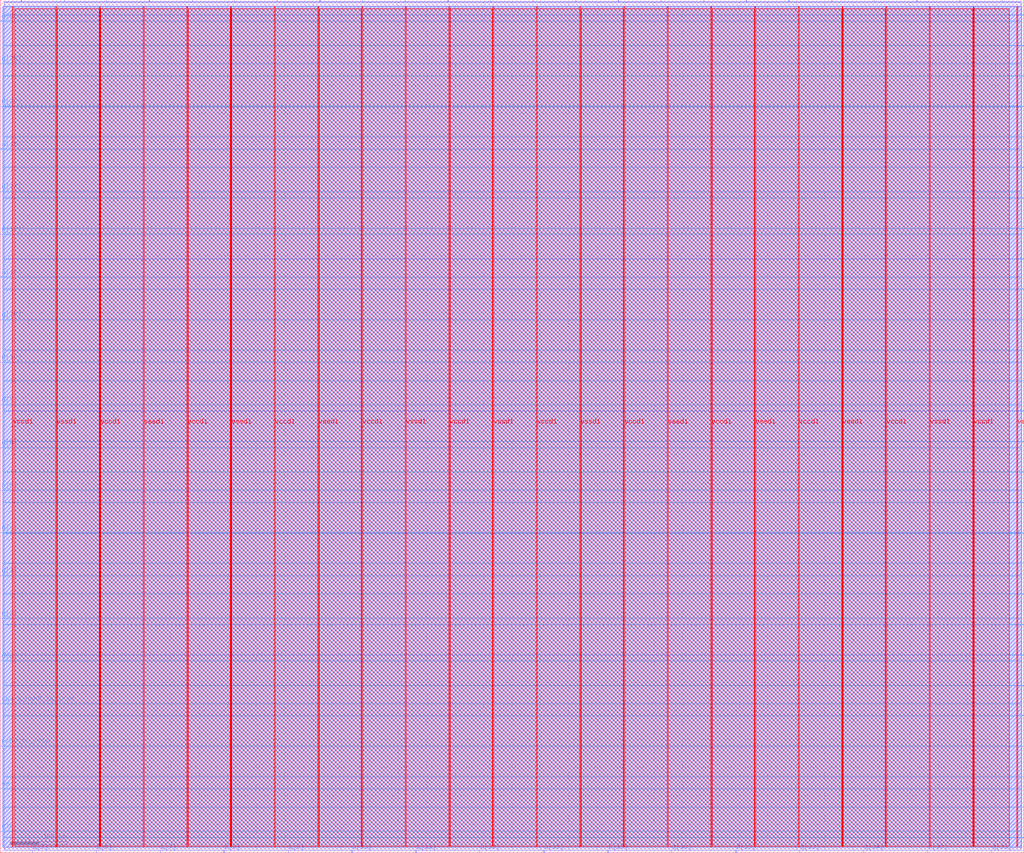
<source format=lef>
VERSION 5.7 ;
  NOWIREEXTENSIONATPIN ON ;
  DIVIDERCHAR "/" ;
  BUSBITCHARS "[]" ;
MACRO custom_sram
  CLASS BLOCK ;
  FOREIGN custom_sram ;
  ORIGIN 0.000 0.000 ;
  SIZE 1800.000 BY 1500.000 ;
  PIN a[0]
    DIRECTION INPUT ;
    USE SIGNAL ;
    PORT
      LAYER met3 ;
        RECT 1796.000 26.560 1800.000 27.160 ;
    END
  END a[0]
  PIN a[10]
    DIRECTION INPUT ;
    USE SIGNAL ;
    PORT
      LAYER met2 ;
        RECT 637.190 1496.000 637.470 1500.000 ;
    END
  END a[10]
  PIN a[11]
    DIRECTION INPUT ;
    USE SIGNAL ;
    PORT
      LAYER met2 ;
        RECT 618.330 0.000 618.610 4.000 ;
    END
  END a[11]
  PIN a[12]
    DIRECTION INPUT ;
    USE SIGNAL ;
    PORT
      LAYER met3 ;
        RECT 0.000 1011.880 4.000 1012.480 ;
    END
  END a[12]
  PIN a[13]
    DIRECTION INPUT ;
    USE SIGNAL ;
    PORT
      LAYER met2 ;
        RECT 843.270 0.000 843.550 4.000 ;
    END
  END a[13]
  PIN a[14]
    DIRECTION INPUT ;
    USE SIGNAL ;
    PORT
      LAYER met2 ;
        RECT 937.110 1496.000 937.390 1500.000 ;
    END
  END a[14]
  PIN a[15]
    DIRECTION INPUT ;
    USE SIGNAL ;
    PORT
      LAYER met2 ;
        RECT 955.970 0.000 956.250 4.000 ;
    END
  END a[15]
  PIN a[16]
    DIRECTION INPUT ;
    USE SIGNAL ;
    PORT
      LAYER met3 ;
        RECT 1796.000 615.440 1800.000 616.040 ;
    END
  END a[16]
  PIN a[17]
    DIRECTION INPUT ;
    USE SIGNAL ;
    PORT
      LAYER met3 ;
        RECT 1796.000 722.880 1800.000 723.480 ;
    END
  END a[17]
  PIN a[18]
    DIRECTION INPUT ;
    USE SIGNAL ;
    PORT
      LAYER met3 ;
        RECT 0.000 1236.960 4.000 1237.560 ;
    END
  END a[18]
  PIN a[19]
    DIRECTION INPUT ;
    USE SIGNAL ;
    PORT
      LAYER met3 ;
        RECT 1796.000 937.080 1800.000 937.680 ;
    END
  END a[19]
  PIN a[1]
    DIRECTION INPUT ;
    USE SIGNAL ;
    PORT
      LAYER met3 ;
        RECT 1796.000 133.320 1800.000 133.920 ;
    END
  END a[1]
  PIN a[2]
    DIRECTION INPUT ;
    USE SIGNAL ;
    PORT
      LAYER met3 ;
        RECT 1796.000 240.760 1800.000 241.360 ;
    END
  END a[2]
  PIN a[3]
    DIRECTION INPUT ;
    USE SIGNAL ;
    PORT
      LAYER met3 ;
        RECT 1796.000 293.800 1800.000 294.400 ;
    END
  END a[3]
  PIN a[4]
    DIRECTION INPUT ;
    USE SIGNAL ;
    PORT
      LAYER met2 ;
        RECT 187.310 1496.000 187.590 1500.000 ;
    END
  END a[4]
  PIN a[5]
    DIRECTION INPUT ;
    USE SIGNAL ;
    PORT
      LAYER met3 ;
        RECT 0.000 637.200 4.000 637.800 ;
    END
  END a[5]
  PIN a[6]
    DIRECTION INPUT ;
    USE SIGNAL ;
    PORT
      LAYER met2 ;
        RECT 337.270 1496.000 337.550 1500.000 ;
    END
  END a[6]
  PIN a[7]
    DIRECTION INPUT ;
    USE SIGNAL ;
    PORT
      LAYER met3 ;
        RECT 1796.000 454.960 1800.000 455.560 ;
    END
  END a[7]
  PIN a[8]
    DIRECTION INPUT ;
    USE SIGNAL ;
    PORT
      LAYER met2 ;
        RECT 412.250 1496.000 412.530 1500.000 ;
    END
  END a[8]
  PIN a[9]
    DIRECTION INPUT ;
    USE SIGNAL ;
    PORT
      LAYER met2 ;
        RECT 487.230 1496.000 487.510 1500.000 ;
    END
  END a[9]
  PIN clk
    DIRECTION INPUT ;
    USE SIGNAL ;
    PORT
      LAYER met3 ;
        RECT 0.000 37.440 4.000 38.040 ;
    END
  END clk
  PIN csb0_to_sram
    DIRECTION INPUT ;
    USE SIGNAL ;
    PORT
      LAYER met3 ;
        RECT 0.000 187.040 4.000 187.640 ;
    END
  END csb0_to_sram
  PIN d[0]
    DIRECTION INPUT ;
    USE SIGNAL ;
    PORT
      LAYER met2 ;
        RECT 37.350 1496.000 37.630 1500.000 ;
    END
  END d[0]
  PIN d[10]
    DIRECTION INPUT ;
    USE SIGNAL ;
    PORT
      LAYER met3 ;
        RECT 0.000 862.280 4.000 862.880 ;
    END
  END d[10]
  PIN d[11]
    DIRECTION INPUT ;
    USE SIGNAL ;
    PORT
      LAYER met2 ;
        RECT 712.170 1496.000 712.450 1500.000 ;
    END
  END d[11]
  PIN d[12]
    DIRECTION INPUT ;
    USE SIGNAL ;
    PORT
      LAYER met2 ;
        RECT 787.150 1496.000 787.430 1500.000 ;
    END
  END d[12]
  PIN d[13]
    DIRECTION INPUT ;
    USE SIGNAL ;
    PORT
      LAYER met3 ;
        RECT 0.000 1087.360 4.000 1087.960 ;
    END
  END d[13]
  PIN d[14]
    DIRECTION INPUT ;
    USE SIGNAL ;
    PORT
      LAYER met3 ;
        RECT 0.000 1162.160 4.000 1162.760 ;
    END
  END d[14]
  PIN d[15]
    DIRECTION INPUT ;
    USE SIGNAL ;
    PORT
      LAYER met2 ;
        RECT 1068.670 0.000 1068.950 4.000 ;
    END
  END d[15]
  PIN d[16]
    DIRECTION INPUT ;
    USE SIGNAL ;
    PORT
      LAYER met3 ;
        RECT 1796.000 669.160 1800.000 669.760 ;
    END
  END d[16]
  PIN d[17]
    DIRECTION INPUT ;
    USE SIGNAL ;
    PORT
      LAYER met3 ;
        RECT 1796.000 776.600 1800.000 777.200 ;
    END
  END d[17]
  PIN d[18]
    DIRECTION INPUT ;
    USE SIGNAL ;
    PORT
      LAYER met3 ;
        RECT 1796.000 883.360 1800.000 883.960 ;
    END
  END d[18]
  PIN d[19]
    DIRECTION INPUT ;
    USE SIGNAL ;
    PORT
      LAYER met2 ;
        RECT 1293.610 0.000 1293.890 4.000 ;
    END
  END d[19]
  PIN d[1]
    DIRECTION INPUT ;
    USE SIGNAL ;
    PORT
      LAYER met2 ;
        RECT 112.330 1496.000 112.610 1500.000 ;
    END
  END d[1]
  PIN d[20]
    DIRECTION INPUT ;
    USE SIGNAL ;
    PORT
      LAYER met3 ;
        RECT 0.000 1312.440 4.000 1313.040 ;
    END
  END d[20]
  PIN d[21]
    DIRECTION INPUT ;
    USE SIGNAL ;
    PORT
      LAYER met2 ;
        RECT 1312.010 1496.000 1312.290 1500.000 ;
    END
  END d[21]
  PIN d[22]
    DIRECTION INPUT ;
    USE SIGNAL ;
    PORT
      LAYER met2 ;
        RECT 1461.970 1496.000 1462.250 1500.000 ;
    END
  END d[22]
  PIN d[23]
    DIRECTION INPUT ;
    USE SIGNAL ;
    PORT
      LAYER met3 ;
        RECT 1796.000 1097.560 1800.000 1098.160 ;
    END
  END d[23]
  PIN d[24]
    DIRECTION INPUT ;
    USE SIGNAL ;
    PORT
      LAYER met2 ;
        RECT 1536.950 1496.000 1537.230 1500.000 ;
    END
  END d[24]
  PIN d[25]
    DIRECTION INPUT ;
    USE SIGNAL ;
    PORT
      LAYER met2 ;
        RECT 1611.930 1496.000 1612.210 1500.000 ;
    END
  END d[25]
  PIN d[26]
    DIRECTION INPUT ;
    USE SIGNAL ;
    PORT
      LAYER met3 ;
        RECT 1796.000 1205.000 1800.000 1205.600 ;
    END
  END d[26]
  PIN d[27]
    DIRECTION INPUT ;
    USE SIGNAL ;
    PORT
      LAYER met2 ;
        RECT 1686.910 1496.000 1687.190 1500.000 ;
    END
  END d[27]
  PIN d[28]
    DIRECTION INPUT ;
    USE SIGNAL ;
    PORT
      LAYER met2 ;
        RECT 1761.890 1496.000 1762.170 1500.000 ;
    END
  END d[28]
  PIN d[29]
    DIRECTION INPUT ;
    USE SIGNAL ;
    PORT
      LAYER met3 ;
        RECT 1796.000 1311.760 1800.000 1312.360 ;
    END
  END d[29]
  PIN d[2]
    DIRECTION INPUT ;
    USE SIGNAL ;
    PORT
      LAYER met3 ;
        RECT 0.000 337.320 4.000 337.920 ;
    END
  END d[2]
  PIN d[30]
    DIRECTION INPUT ;
    USE SIGNAL ;
    PORT
      LAYER met2 ;
        RECT 1630.790 0.000 1631.070 4.000 ;
    END
  END d[30]
  PIN d[31]
    DIRECTION INPUT ;
    USE SIGNAL ;
    PORT
      LAYER met3 ;
        RECT 1796.000 1472.920 1800.000 1473.520 ;
    END
  END d[31]
  PIN d[3]
    DIRECTION INPUT ;
    USE SIGNAL ;
    PORT
      LAYER met3 ;
        RECT 1796.000 347.520 1800.000 348.120 ;
    END
  END d[3]
  PIN d[4]
    DIRECTION INPUT ;
    USE SIGNAL ;
    PORT
      LAYER met3 ;
        RECT 1796.000 401.240 1800.000 401.840 ;
    END
  END d[4]
  PIN d[5]
    DIRECTION INPUT ;
    USE SIGNAL ;
    PORT
      LAYER met2 ;
        RECT 262.290 1496.000 262.570 1500.000 ;
    END
  END d[5]
  PIN d[6]
    DIRECTION INPUT ;
    USE SIGNAL ;
    PORT
      LAYER met3 ;
        RECT 0.000 712.000 4.000 712.600 ;
    END
  END d[6]
  PIN d[7]
    DIRECTION INPUT ;
    USE SIGNAL ;
    PORT
      LAYER met3 ;
        RECT 0.000 787.480 4.000 788.080 ;
    END
  END d[7]
  PIN d[8]
    DIRECTION INPUT ;
    USE SIGNAL ;
    PORT
      LAYER met2 ;
        RECT 393.390 0.000 393.670 4.000 ;
    END
  END d[8]
  PIN d[9]
    DIRECTION INPUT ;
    USE SIGNAL ;
    PORT
      LAYER met3 ;
        RECT 1796.000 508.680 1800.000 509.280 ;
    END
  END d[9]
  PIN q[0]
    DIRECTION OUTPUT TRISTATE ;
    USE SIGNAL ;
    PORT
      LAYER met3 ;
        RECT 1796.000 79.600 1800.000 80.200 ;
    END
  END q[0]
  PIN q[10]
    DIRECTION OUTPUT TRISTATE ;
    USE SIGNAL ;
    PORT
      LAYER met3 ;
        RECT 0.000 937.080 4.000 937.680 ;
    END
  END q[10]
  PIN q[11]
    DIRECTION OUTPUT TRISTATE ;
    USE SIGNAL ;
    PORT
      LAYER met2 ;
        RECT 731.030 0.000 731.310 4.000 ;
    END
  END q[11]
  PIN q[12]
    DIRECTION OUTPUT TRISTATE ;
    USE SIGNAL ;
    PORT
      LAYER met2 ;
        RECT 862.130 1496.000 862.410 1500.000 ;
    END
  END q[12]
  PIN q[13]
    DIRECTION OUTPUT TRISTATE ;
    USE SIGNAL ;
    PORT
      LAYER met3 ;
        RECT 1796.000 561.720 1800.000 562.320 ;
    END
  END q[13]
  PIN q[14]
    DIRECTION OUTPUT TRISTATE ;
    USE SIGNAL ;
    PORT
      LAYER met2 ;
        RECT 1012.090 1496.000 1012.370 1500.000 ;
    END
  END q[14]
  PIN q[15]
    DIRECTION OUTPUT TRISTATE ;
    USE SIGNAL ;
    PORT
      LAYER met2 ;
        RECT 1087.070 1496.000 1087.350 1500.000 ;
    END
  END q[15]
  PIN q[16]
    DIRECTION OUTPUT TRISTATE ;
    USE SIGNAL ;
    PORT
      LAYER met2 ;
        RECT 1162.050 1496.000 1162.330 1500.000 ;
    END
  END q[16]
  PIN q[17]
    DIRECTION OUTPUT TRISTATE ;
    USE SIGNAL ;
    PORT
      LAYER met3 ;
        RECT 1796.000 829.640 1800.000 830.240 ;
    END
  END q[17]
  PIN q[18]
    DIRECTION OUTPUT TRISTATE ;
    USE SIGNAL ;
    PORT
      LAYER met2 ;
        RECT 1180.910 0.000 1181.190 4.000 ;
    END
  END q[18]
  PIN q[19]
    DIRECTION OUTPUT TRISTATE ;
    USE SIGNAL ;
    PORT
      LAYER met3 ;
        RECT 1796.000 990.800 1800.000 991.400 ;
    END
  END q[19]
  PIN q[1]
    DIRECTION OUTPUT TRISTATE ;
    USE SIGNAL ;
    PORT
      LAYER met3 ;
        RECT 1796.000 187.040 1800.000 187.640 ;
    END
  END q[1]
  PIN q[20]
    DIRECTION OUTPUT TRISTATE ;
    USE SIGNAL ;
    PORT
      LAYER met2 ;
        RECT 1237.030 1496.000 1237.310 1500.000 ;
    END
  END q[20]
  PIN q[21]
    DIRECTION OUTPUT TRISTATE ;
    USE SIGNAL ;
    PORT
      LAYER met2 ;
        RECT 1386.990 1496.000 1387.270 1500.000 ;
    END
  END q[21]
  PIN q[22]
    DIRECTION OUTPUT TRISTATE ;
    USE SIGNAL ;
    PORT
      LAYER met3 ;
        RECT 1796.000 1043.840 1800.000 1044.440 ;
    END
  END q[22]
  PIN q[23]
    DIRECTION OUTPUT TRISTATE ;
    USE SIGNAL ;
    PORT
      LAYER met2 ;
        RECT 1405.850 0.000 1406.130 4.000 ;
    END
  END q[23]
  PIN q[24]
    DIRECTION OUTPUT TRISTATE ;
    USE SIGNAL ;
    PORT
      LAYER met2 ;
        RECT 1518.550 0.000 1518.830 4.000 ;
    END
  END q[24]
  PIN q[25]
    DIRECTION OUTPUT TRISTATE ;
    USE SIGNAL ;
    PORT
      LAYER met3 ;
        RECT 1796.000 1151.280 1800.000 1151.880 ;
    END
  END q[25]
  PIN q[26]
    DIRECTION OUTPUT TRISTATE ;
    USE SIGNAL ;
    PORT
      LAYER met3 ;
        RECT 0.000 1387.240 4.000 1387.840 ;
    END
  END q[26]
  PIN q[27]
    DIRECTION OUTPUT TRISTATE ;
    USE SIGNAL ;
    PORT
      LAYER met3 ;
        RECT 1796.000 1258.720 1800.000 1259.320 ;
    END
  END q[27]
  PIN q[28]
    DIRECTION OUTPUT TRISTATE ;
    USE SIGNAL ;
    PORT
      LAYER met3 ;
        RECT 0.000 1462.040 4.000 1462.640 ;
    END
  END q[28]
  PIN q[29]
    DIRECTION OUTPUT TRISTATE ;
    USE SIGNAL ;
    PORT
      LAYER met3 ;
        RECT 1796.000 1365.480 1800.000 1366.080 ;
    END
  END q[29]
  PIN q[2]
    DIRECTION OUTPUT TRISTATE ;
    USE SIGNAL ;
    PORT
      LAYER met3 ;
        RECT 0.000 412.120 4.000 412.720 ;
    END
  END q[2]
  PIN q[30]
    DIRECTION OUTPUT TRISTATE ;
    USE SIGNAL ;
    PORT
      LAYER met3 ;
        RECT 1796.000 1419.200 1800.000 1419.800 ;
    END
  END q[30]
  PIN q[31]
    DIRECTION OUTPUT TRISTATE ;
    USE SIGNAL ;
    PORT
      LAYER met2 ;
        RECT 1743.490 0.000 1743.770 4.000 ;
    END
  END q[31]
  PIN q[3]
    DIRECTION OUTPUT TRISTATE ;
    USE SIGNAL ;
    PORT
      LAYER met3 ;
        RECT 0.000 486.920 4.000 487.520 ;
    END
  END q[3]
  PIN q[4]
    DIRECTION OUTPUT TRISTATE ;
    USE SIGNAL ;
    PORT
      LAYER met3 ;
        RECT 0.000 562.400 4.000 563.000 ;
    END
  END q[4]
  PIN q[5]
    DIRECTION OUTPUT TRISTATE ;
    USE SIGNAL ;
    PORT
      LAYER met2 ;
        RECT 56.210 0.000 56.490 4.000 ;
    END
  END q[5]
  PIN q[6]
    DIRECTION OUTPUT TRISTATE ;
    USE SIGNAL ;
    PORT
      LAYER met2 ;
        RECT 168.450 0.000 168.730 4.000 ;
    END
  END q[6]
  PIN q[7]
    DIRECTION OUTPUT TRISTATE ;
    USE SIGNAL ;
    PORT
      LAYER met2 ;
        RECT 281.150 0.000 281.430 4.000 ;
    END
  END q[7]
  PIN q[8]
    DIRECTION OUTPUT TRISTATE ;
    USE SIGNAL ;
    PORT
      LAYER met2 ;
        RECT 506.090 0.000 506.370 4.000 ;
    END
  END q[8]
  PIN q[9]
    DIRECTION OUTPUT TRISTATE ;
    USE SIGNAL ;
    PORT
      LAYER met2 ;
        RECT 562.210 1496.000 562.490 1500.000 ;
    END
  END q[9]
  PIN spare_wen0_to_sram
    DIRECTION INPUT ;
    USE SIGNAL ;
    PORT
      LAYER met3 ;
        RECT 0.000 261.840 4.000 262.440 ;
    END
  END spare_wen0_to_sram
  PIN vccd1
    DIRECTION INPUT ;
    USE POWER ;
    PORT
      LAYER met4 ;
        RECT 21.040 10.640 22.640 1488.080 ;
    END
    PORT
      LAYER met4 ;
        RECT 174.640 10.640 176.240 1488.080 ;
    END
    PORT
      LAYER met4 ;
        RECT 328.240 10.640 329.840 1488.080 ;
    END
    PORT
      LAYER met4 ;
        RECT 481.840 10.640 483.440 1488.080 ;
    END
    PORT
      LAYER met4 ;
        RECT 635.440 10.640 637.040 1488.080 ;
    END
    PORT
      LAYER met4 ;
        RECT 789.040 10.640 790.640 1488.080 ;
    END
    PORT
      LAYER met4 ;
        RECT 942.640 10.640 944.240 1488.080 ;
    END
    PORT
      LAYER met4 ;
        RECT 1096.240 10.640 1097.840 1488.080 ;
    END
    PORT
      LAYER met4 ;
        RECT 1249.840 10.640 1251.440 1488.080 ;
    END
    PORT
      LAYER met4 ;
        RECT 1403.440 10.640 1405.040 1488.080 ;
    END
    PORT
      LAYER met4 ;
        RECT 1557.040 10.640 1558.640 1488.080 ;
    END
    PORT
      LAYER met4 ;
        RECT 1710.640 10.640 1712.240 1488.080 ;
    END
  END vccd1
  PIN vssd1
    DIRECTION INPUT ;
    USE GROUND ;
    PORT
      LAYER met4 ;
        RECT 97.840 10.640 99.440 1488.080 ;
    END
    PORT
      LAYER met4 ;
        RECT 251.440 10.640 253.040 1488.080 ;
    END
    PORT
      LAYER met4 ;
        RECT 405.040 10.640 406.640 1488.080 ;
    END
    PORT
      LAYER met4 ;
        RECT 558.640 10.640 560.240 1488.080 ;
    END
    PORT
      LAYER met4 ;
        RECT 712.240 10.640 713.840 1488.080 ;
    END
    PORT
      LAYER met4 ;
        RECT 865.840 10.640 867.440 1488.080 ;
    END
    PORT
      LAYER met4 ;
        RECT 1019.440 10.640 1021.040 1488.080 ;
    END
    PORT
      LAYER met4 ;
        RECT 1173.040 10.640 1174.640 1488.080 ;
    END
    PORT
      LAYER met4 ;
        RECT 1326.640 10.640 1328.240 1488.080 ;
    END
    PORT
      LAYER met4 ;
        RECT 1480.240 10.640 1481.840 1488.080 ;
    END
    PORT
      LAYER met4 ;
        RECT 1633.840 10.640 1635.440 1488.080 ;
    END
    PORT
      LAYER met4 ;
        RECT 1787.440 10.640 1789.040 1488.080 ;
    END
  END vssd1
  PIN we
    DIRECTION INPUT ;
    USE SIGNAL ;
    PORT
      LAYER met3 ;
        RECT 0.000 112.240 4.000 112.840 ;
    END
  END we
  OBS
      LAYER li1 ;
        RECT 5.520 10.795 1796.615 1487.925 ;
      LAYER met1 ;
        RECT 5.520 9.220 1796.675 1488.480 ;
      LAYER met2 ;
        RECT 6.990 1495.720 37.070 1496.410 ;
        RECT 37.910 1495.720 112.050 1496.410 ;
        RECT 112.890 1495.720 187.030 1496.410 ;
        RECT 187.870 1495.720 262.010 1496.410 ;
        RECT 262.850 1495.720 336.990 1496.410 ;
        RECT 337.830 1495.720 411.970 1496.410 ;
        RECT 412.810 1495.720 486.950 1496.410 ;
        RECT 487.790 1495.720 561.930 1496.410 ;
        RECT 562.770 1495.720 636.910 1496.410 ;
        RECT 637.750 1495.720 711.890 1496.410 ;
        RECT 712.730 1495.720 786.870 1496.410 ;
        RECT 787.710 1495.720 861.850 1496.410 ;
        RECT 862.690 1495.720 936.830 1496.410 ;
        RECT 937.670 1495.720 1011.810 1496.410 ;
        RECT 1012.650 1495.720 1086.790 1496.410 ;
        RECT 1087.630 1495.720 1161.770 1496.410 ;
        RECT 1162.610 1495.720 1236.750 1496.410 ;
        RECT 1237.590 1495.720 1311.730 1496.410 ;
        RECT 1312.570 1495.720 1386.710 1496.410 ;
        RECT 1387.550 1495.720 1461.690 1496.410 ;
        RECT 1462.530 1495.720 1536.670 1496.410 ;
        RECT 1537.510 1495.720 1611.650 1496.410 ;
        RECT 1612.490 1495.720 1686.630 1496.410 ;
        RECT 1687.470 1495.720 1761.610 1496.410 ;
        RECT 1762.450 1495.720 1795.740 1496.410 ;
        RECT 6.990 4.280 1795.740 1495.720 ;
        RECT 6.990 4.000 55.930 4.280 ;
        RECT 56.770 4.000 168.170 4.280 ;
        RECT 169.010 4.000 280.870 4.280 ;
        RECT 281.710 4.000 393.110 4.280 ;
        RECT 393.950 4.000 505.810 4.280 ;
        RECT 506.650 4.000 618.050 4.280 ;
        RECT 618.890 4.000 730.750 4.280 ;
        RECT 731.590 4.000 842.990 4.280 ;
        RECT 843.830 4.000 955.690 4.280 ;
        RECT 956.530 4.000 1068.390 4.280 ;
        RECT 1069.230 4.000 1180.630 4.280 ;
        RECT 1181.470 4.000 1293.330 4.280 ;
        RECT 1294.170 4.000 1405.570 4.280 ;
        RECT 1406.410 4.000 1518.270 4.280 ;
        RECT 1519.110 4.000 1630.510 4.280 ;
        RECT 1631.350 4.000 1743.210 4.280 ;
        RECT 1744.050 4.000 1795.740 4.280 ;
      LAYER met3 ;
        RECT 4.000 1473.920 1796.000 1488.005 ;
        RECT 4.000 1472.520 1795.600 1473.920 ;
        RECT 4.000 1463.040 1796.000 1472.520 ;
        RECT 4.400 1461.640 1796.000 1463.040 ;
        RECT 4.000 1420.200 1796.000 1461.640 ;
        RECT 4.000 1418.800 1795.600 1420.200 ;
        RECT 4.000 1388.240 1796.000 1418.800 ;
        RECT 4.400 1386.840 1796.000 1388.240 ;
        RECT 4.000 1366.480 1796.000 1386.840 ;
        RECT 4.000 1365.080 1795.600 1366.480 ;
        RECT 4.000 1313.440 1796.000 1365.080 ;
        RECT 4.400 1312.760 1796.000 1313.440 ;
        RECT 4.400 1312.040 1795.600 1312.760 ;
        RECT 4.000 1311.360 1795.600 1312.040 ;
        RECT 4.000 1259.720 1796.000 1311.360 ;
        RECT 4.000 1258.320 1795.600 1259.720 ;
        RECT 4.000 1237.960 1796.000 1258.320 ;
        RECT 4.400 1236.560 1796.000 1237.960 ;
        RECT 4.000 1206.000 1796.000 1236.560 ;
        RECT 4.000 1204.600 1795.600 1206.000 ;
        RECT 4.000 1163.160 1796.000 1204.600 ;
        RECT 4.400 1161.760 1796.000 1163.160 ;
        RECT 4.000 1152.280 1796.000 1161.760 ;
        RECT 4.000 1150.880 1795.600 1152.280 ;
        RECT 4.000 1098.560 1796.000 1150.880 ;
        RECT 4.000 1097.160 1795.600 1098.560 ;
        RECT 4.000 1088.360 1796.000 1097.160 ;
        RECT 4.400 1086.960 1796.000 1088.360 ;
        RECT 4.000 1044.840 1796.000 1086.960 ;
        RECT 4.000 1043.440 1795.600 1044.840 ;
        RECT 4.000 1012.880 1796.000 1043.440 ;
        RECT 4.400 1011.480 1796.000 1012.880 ;
        RECT 4.000 991.800 1796.000 1011.480 ;
        RECT 4.000 990.400 1795.600 991.800 ;
        RECT 4.000 938.080 1796.000 990.400 ;
        RECT 4.400 936.680 1795.600 938.080 ;
        RECT 4.000 884.360 1796.000 936.680 ;
        RECT 4.000 882.960 1795.600 884.360 ;
        RECT 4.000 863.280 1796.000 882.960 ;
        RECT 4.400 861.880 1796.000 863.280 ;
        RECT 4.000 830.640 1796.000 861.880 ;
        RECT 4.000 829.240 1795.600 830.640 ;
        RECT 4.000 788.480 1796.000 829.240 ;
        RECT 4.400 787.080 1796.000 788.480 ;
        RECT 4.000 777.600 1796.000 787.080 ;
        RECT 4.000 776.200 1795.600 777.600 ;
        RECT 4.000 723.880 1796.000 776.200 ;
        RECT 4.000 722.480 1795.600 723.880 ;
        RECT 4.000 713.000 1796.000 722.480 ;
        RECT 4.400 711.600 1796.000 713.000 ;
        RECT 4.000 670.160 1796.000 711.600 ;
        RECT 4.000 668.760 1795.600 670.160 ;
        RECT 4.000 638.200 1796.000 668.760 ;
        RECT 4.400 636.800 1796.000 638.200 ;
        RECT 4.000 616.440 1796.000 636.800 ;
        RECT 4.000 615.040 1795.600 616.440 ;
        RECT 4.000 563.400 1796.000 615.040 ;
        RECT 4.400 562.720 1796.000 563.400 ;
        RECT 4.400 562.000 1795.600 562.720 ;
        RECT 4.000 561.320 1795.600 562.000 ;
        RECT 4.000 509.680 1796.000 561.320 ;
        RECT 4.000 508.280 1795.600 509.680 ;
        RECT 4.000 487.920 1796.000 508.280 ;
        RECT 4.400 486.520 1796.000 487.920 ;
        RECT 4.000 455.960 1796.000 486.520 ;
        RECT 4.000 454.560 1795.600 455.960 ;
        RECT 4.000 413.120 1796.000 454.560 ;
        RECT 4.400 411.720 1796.000 413.120 ;
        RECT 4.000 402.240 1796.000 411.720 ;
        RECT 4.000 400.840 1795.600 402.240 ;
        RECT 4.000 348.520 1796.000 400.840 ;
        RECT 4.000 347.120 1795.600 348.520 ;
        RECT 4.000 338.320 1796.000 347.120 ;
        RECT 4.400 336.920 1796.000 338.320 ;
        RECT 4.000 294.800 1796.000 336.920 ;
        RECT 4.000 293.400 1795.600 294.800 ;
        RECT 4.000 262.840 1796.000 293.400 ;
        RECT 4.400 261.440 1796.000 262.840 ;
        RECT 4.000 241.760 1796.000 261.440 ;
        RECT 4.000 240.360 1795.600 241.760 ;
        RECT 4.000 188.040 1796.000 240.360 ;
        RECT 4.400 186.640 1795.600 188.040 ;
        RECT 4.000 134.320 1796.000 186.640 ;
        RECT 4.000 132.920 1795.600 134.320 ;
        RECT 4.000 113.240 1796.000 132.920 ;
        RECT 4.400 111.840 1796.000 113.240 ;
        RECT 4.000 80.600 1796.000 111.840 ;
        RECT 4.000 79.200 1795.600 80.600 ;
        RECT 4.000 38.440 1796.000 79.200 ;
        RECT 4.400 37.040 1796.000 38.440 ;
        RECT 4.000 27.560 1796.000 37.040 ;
        RECT 4.000 26.160 1795.600 27.560 ;
        RECT 4.000 10.715 1796.000 26.160 ;
      LAYER met4 ;
        RECT 25.135 11.735 97.440 1484.265 ;
        RECT 99.840 11.735 174.240 1484.265 ;
        RECT 176.640 11.735 251.040 1484.265 ;
        RECT 253.440 11.735 327.840 1484.265 ;
        RECT 330.240 11.735 404.640 1484.265 ;
        RECT 407.040 11.735 481.440 1484.265 ;
        RECT 483.840 11.735 558.240 1484.265 ;
        RECT 560.640 11.735 635.040 1484.265 ;
        RECT 637.440 11.735 711.840 1484.265 ;
        RECT 714.240 11.735 788.640 1484.265 ;
        RECT 791.040 11.735 865.440 1484.265 ;
        RECT 867.840 11.735 942.240 1484.265 ;
        RECT 944.640 11.735 1019.040 1484.265 ;
        RECT 1021.440 11.735 1095.840 1484.265 ;
        RECT 1098.240 11.735 1172.640 1484.265 ;
        RECT 1175.040 11.735 1249.440 1484.265 ;
        RECT 1251.840 11.735 1326.240 1484.265 ;
        RECT 1328.640 11.735 1403.040 1484.265 ;
        RECT 1405.440 11.735 1479.840 1484.265 ;
        RECT 1482.240 11.735 1556.640 1484.265 ;
        RECT 1559.040 11.735 1633.440 1484.265 ;
        RECT 1635.840 11.735 1710.240 1484.265 ;
        RECT 1712.640 11.735 1774.385 1484.265 ;
  END
END custom_sram
END LIBRARY


</source>
